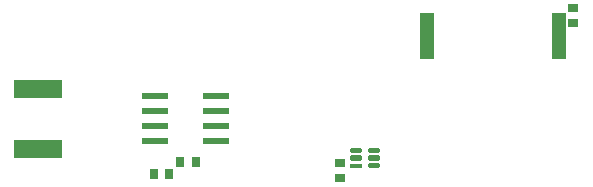
<source format=gbp>
G75*
%MOIN*%
%OFA0B0*%
%FSLAX24Y24*%
%IPPOS*%
%LPD*%
%AMOC8*
5,1,8,0,0,1.08239X$1,22.5*
%
%ADD10R,0.1600X0.0600*%
%ADD11R,0.0394X0.0157*%
%ADD12C,0.0118*%
%ADD13R,0.0354X0.0276*%
%ADD14R,0.0870X0.0240*%
%ADD15R,0.0472X0.1575*%
%ADD16R,0.0276X0.0354*%
D10*
X001170Y004210D03*
X001170Y006210D03*
D11*
X011775Y003659D03*
D12*
X011913Y003896D02*
X011637Y003896D01*
X011637Y003934D01*
X011913Y003934D01*
X011913Y003896D01*
X011913Y004152D02*
X011637Y004152D01*
X011637Y004190D01*
X011913Y004190D01*
X011913Y004152D01*
X012227Y004190D02*
X012503Y004190D01*
X012503Y004152D01*
X012227Y004152D01*
X012227Y004190D01*
X012227Y003934D02*
X012503Y003934D01*
X012503Y003896D01*
X012227Y003896D01*
X012227Y003934D01*
X012227Y003678D02*
X012503Y003678D01*
X012503Y003640D01*
X012227Y003640D01*
X012227Y003678D01*
D13*
X011245Y003746D03*
X011245Y003234D03*
X019015Y008404D03*
X019015Y008916D03*
D14*
X007110Y005975D03*
X007110Y005475D03*
X007110Y004975D03*
X007110Y004475D03*
X005050Y004475D03*
X005050Y004975D03*
X005050Y005475D03*
X005050Y005975D03*
D15*
X014120Y007975D03*
X018530Y007975D03*
D16*
X005029Y003390D03*
X005541Y003390D03*
X005909Y003795D03*
X006421Y003795D03*
M02*

</source>
